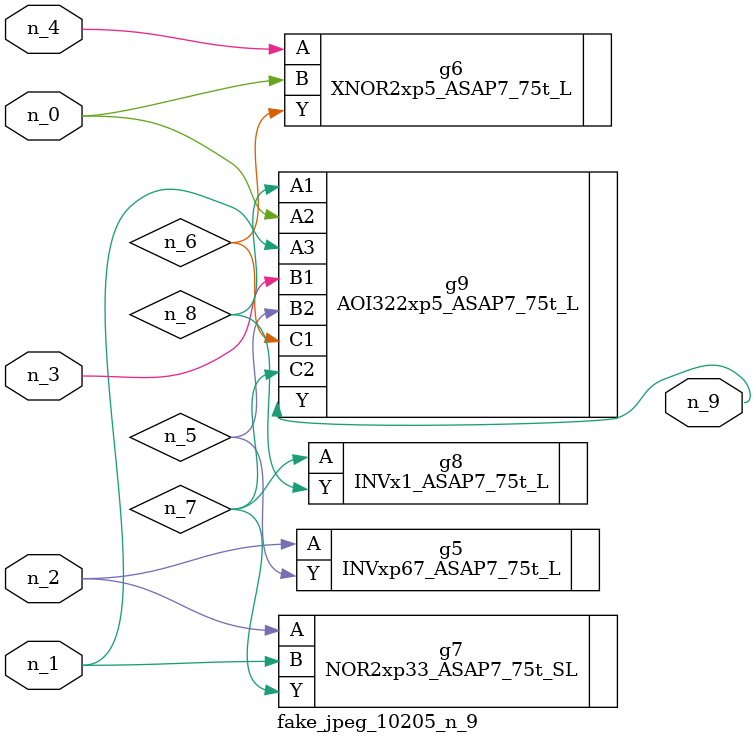
<source format=v>
module fake_jpeg_10205_n_9 (n_3, n_2, n_1, n_0, n_4, n_9);

input n_3;
input n_2;
input n_1;
input n_0;
input n_4;

output n_9;

wire n_8;
wire n_6;
wire n_5;
wire n_7;

INVxp67_ASAP7_75t_L g5 ( 
.A(n_2),
.Y(n_5)
);

XNOR2xp5_ASAP7_75t_L g6 ( 
.A(n_4),
.B(n_0),
.Y(n_6)
);

NOR2xp33_ASAP7_75t_SL g7 ( 
.A(n_2),
.B(n_1),
.Y(n_7)
);

INVx1_ASAP7_75t_L g8 ( 
.A(n_7),
.Y(n_8)
);

AOI322xp5_ASAP7_75t_L g9 ( 
.A1(n_8),
.A2(n_0),
.A3(n_1),
.B1(n_3),
.B2(n_5),
.C1(n_6),
.C2(n_7),
.Y(n_9)
);


endmodule
</source>
